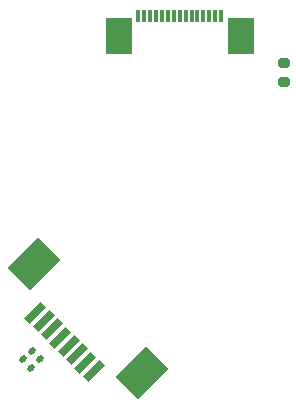
<source format=gbr>
%TF.GenerationSoftware,KiCad,Pcbnew,(6.0.4)*%
%TF.CreationDate,2022-07-14T17:56:19+08:00*%
%TF.ProjectId,SmartKnob_Screen,536d6172-744b-46e6-9f62-5f5363726565,rev?*%
%TF.SameCoordinates,Original*%
%TF.FileFunction,Paste,Bot*%
%TF.FilePolarity,Positive*%
%FSLAX46Y46*%
G04 Gerber Fmt 4.6, Leading zero omitted, Abs format (unit mm)*
G04 Created by KiCad (PCBNEW (6.0.4)) date 2022-07-14 17:56:19*
%MOMM*%
%LPD*%
G01*
G04 APERTURE LIST*
G04 Aperture macros list*
%AMRoundRect*
0 Rectangle with rounded corners*
0 $1 Rounding radius*
0 $2 $3 $4 $5 $6 $7 $8 $9 X,Y pos of 4 corners*
0 Add a 4 corners polygon primitive as box body*
4,1,4,$2,$3,$4,$5,$6,$7,$8,$9,$2,$3,0*
0 Add four circle primitives for the rounded corners*
1,1,$1+$1,$2,$3*
1,1,$1+$1,$4,$5*
1,1,$1+$1,$6,$7*
1,1,$1+$1,$8,$9*
0 Add four rect primitives between the rounded corners*
20,1,$1+$1,$2,$3,$4,$5,0*
20,1,$1+$1,$4,$5,$6,$7,0*
20,1,$1+$1,$6,$7,$8,$9,0*
20,1,$1+$1,$8,$9,$2,$3,0*%
%AMRotRect*
0 Rectangle, with rotation*
0 The origin of the aperture is its center*
0 $1 length*
0 $2 width*
0 $3 Rotation angle, in degrees counterclockwise*
0 Add horizontal line*
21,1,$1,$2,0,0,$3*%
G04 Aperture macros list end*
%ADD10RoundRect,0.200000X-0.275000X0.200000X-0.275000X-0.200000X0.275000X-0.200000X0.275000X0.200000X0*%
%ADD11RoundRect,0.140000X0.219203X0.021213X0.021213X0.219203X-0.219203X-0.021213X-0.021213X-0.219203X0*%
%ADD12R,0.300000X1.100000*%
%ADD13R,2.300000X3.100000*%
%ADD14RotRect,0.610000X2.000000X315.000000*%
%ADD15RotRect,2.680000X3.600000X315.000000*%
G04 APERTURE END LIST*
D10*
%TO.C,R22*%
X200142204Y-102941230D03*
X200142204Y-104591230D03*
%TD*%
D11*
%TO.C,C16*%
X179476521Y-128035641D03*
X178797699Y-127356819D03*
%TD*%
D12*
%TO.C,U5*%
X194832204Y-98951230D03*
X194332204Y-98951230D03*
X193832204Y-98951230D03*
X193332204Y-98951230D03*
X192832204Y-98951230D03*
X192332204Y-98951230D03*
X191832204Y-98951230D03*
X191332204Y-98951230D03*
X190832204Y-98951230D03*
X190332204Y-98951230D03*
X189832204Y-98951230D03*
X189332204Y-98951230D03*
X188832204Y-98951230D03*
X188332204Y-98951230D03*
X187832204Y-98951230D03*
D13*
X196502204Y-100651230D03*
X186162204Y-100651230D03*
%TD*%
D11*
%TO.C,C14*%
X178776521Y-128735641D03*
X178097699Y-128056819D03*
%TD*%
D14*
%TO.C,J8*%
X179089444Y-124094148D03*
X179796551Y-124801255D03*
X180503658Y-125508362D03*
X181210764Y-126215469D03*
X181917871Y-126922576D03*
X182624978Y-127629682D03*
X183332085Y-128336789D03*
X184039192Y-129043896D03*
D15*
X188133340Y-129178246D03*
X178955094Y-120000000D03*
%TD*%
M02*

</source>
